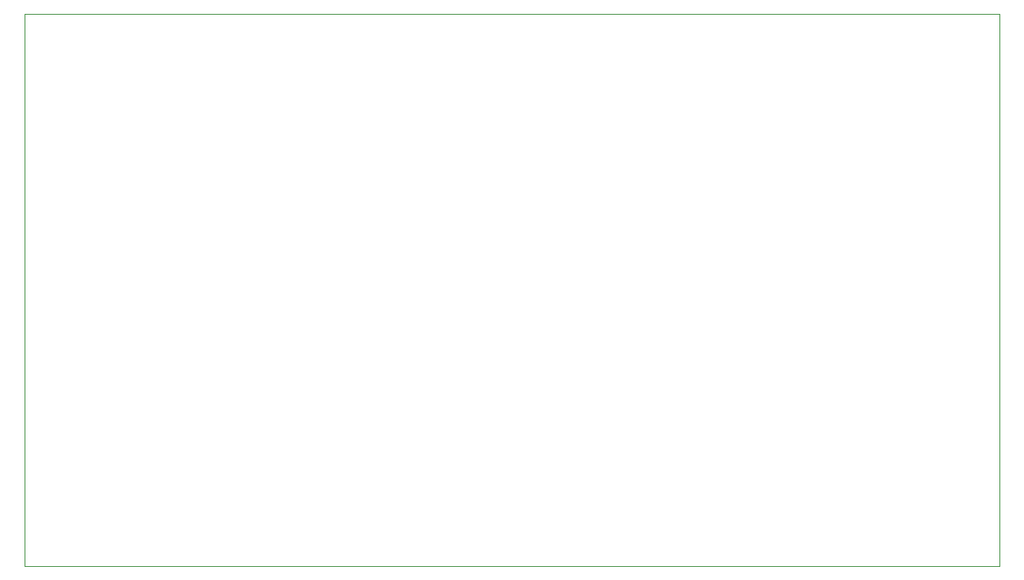
<source format=gbr>
G04 #@! TF.GenerationSoftware,KiCad,Pcbnew,(5.1.9)-1*
G04 #@! TF.CreationDate,2022-03-14T10:23:35-06:00*
G04 #@! TF.ProjectId,SensorBoard,53656e73-6f72-4426-9f61-72642e6b6963,rev?*
G04 #@! TF.SameCoordinates,Original*
G04 #@! TF.FileFunction,Profile,NP*
%FSLAX46Y46*%
G04 Gerber Fmt 4.6, Leading zero omitted, Abs format (unit mm)*
G04 Created by KiCad (PCBNEW (5.1.9)-1) date 2022-03-14 10:23:35*
%MOMM*%
%LPD*%
G01*
G04 APERTURE LIST*
G04 #@! TA.AperFunction,Profile*
%ADD10C,0.050000*%
G04 #@! TD*
G04 APERTURE END LIST*
D10*
X89916000Y-141986000D02*
X89916000Y-143256000D01*
X190754000Y-141986000D02*
X190754000Y-143256000D01*
X190754000Y-141986000D02*
X190754000Y-139954000D01*
X89916000Y-139954000D02*
X89916000Y-141986000D01*
X89916000Y-139954000D02*
X89916000Y-86106000D01*
X190754000Y-143256000D02*
X89916000Y-143256000D01*
X190754000Y-86106000D02*
X190754000Y-139954000D01*
X89916000Y-86106000D02*
X190754000Y-86106000D01*
M02*

</source>
